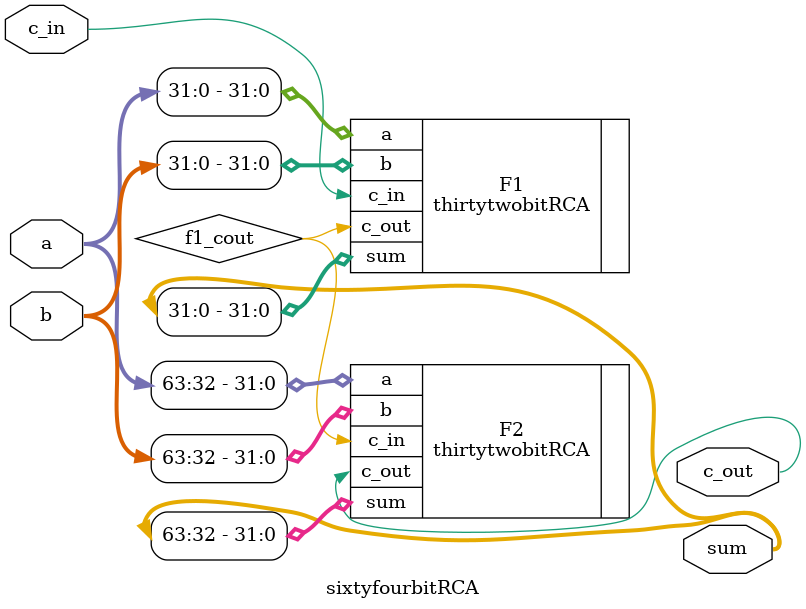
<source format=v>
`timescale 1ns / 1ps


module sixtyfourbitRCA(
    output c_out,
    output [63:0] sum,
    input [63:0] a,
    input [63:0] b,
    input c_in
    );
    
    wire f1_cout; 
    
    thirtytwobitRCA F1(.c_out(f1_cout), .sum(sum[31:0]), .a(a[31:0]), .b(b[31:0]), .c_in(c_in)); 
    thirtytwobitRCA F2(.c_out(c_out), .sum(sum[63:32]), .a(a[63:32]), .b(b[63:32]), .c_in(f1_cout)); 
    
endmodule

</source>
